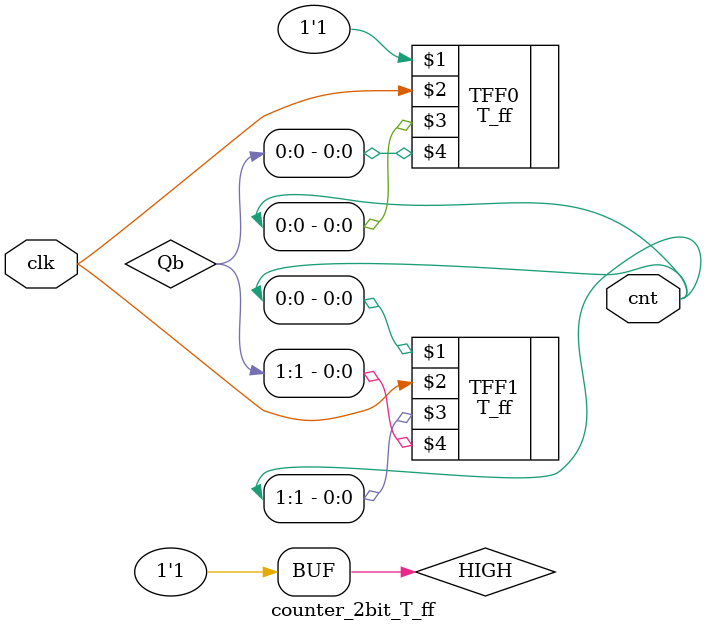
<source format=v>
`include "T_ff_v2.v"

module counter_2bit_T_ff(
  input wire clk,
  output wire [1:0] cnt );

  wire HIGH;
  wire [1:0] Q;
  wire [1:0] Qb;

  assign HIGH = 1;

  T_ff TFF0( HIGH, clk, cnt[0], Qb[0] );
  T_ff TFF1( cnt[0], clk, cnt[1], Qb[1] );

endmodule

</source>
